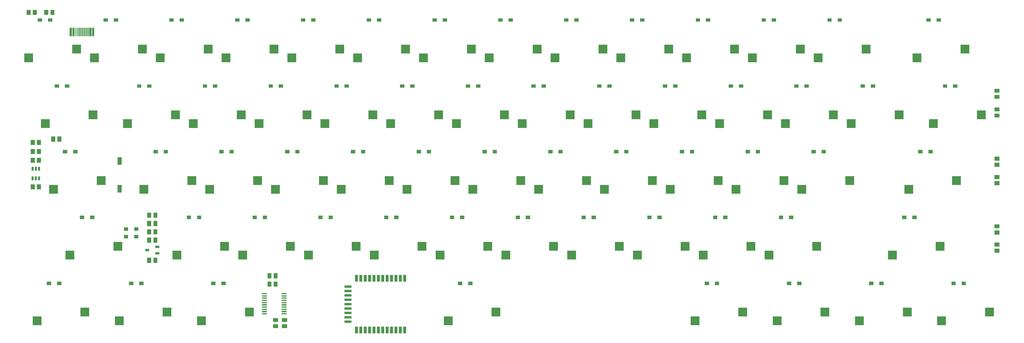
<source format=gbp>
G04 Layer: BottomPasteMaskLayer*
G04 EasyEDA v6.1.51, Wed, 19 Jun 2019 13:06:47 GMT*
G04 66271e87440c4271b6eaadeb73023992,1972fb780e03461d8e8e980d21b9fed7,00*
G04 Gerber Generator version 0.2*
G04 Scale: 100 percent, Rotated: No, Reflected: No *
G04 Dimensions in inches *
G04 leading zeros omitted , absolute positions ,2 integer and 4 decimal *
%FSLAX24Y24*%
%MOIN*%
G90*
G70D02*

%ADD26R,0.078740X0.031500*%
%ADD27R,0.049210X0.039370*%
%ADD29R,0.100390X0.098420*%

%LPD*%
G36*
G01X14397Y9566D02*
G01X14397Y9822D01*
G01X14849Y9822D01*
G01X14849Y9566D01*
G01X14397Y9566D01*
G37*
G36*
G01X15558Y9192D02*
G01X15558Y9448D01*
G01X16011Y9448D01*
G01X16011Y9192D01*
G01X15558Y9192D01*
G37*
G36*
G01X15558Y9940D02*
G01X15558Y10196D01*
G01X16011Y10196D01*
G01X16011Y9940D01*
G01X15558Y9940D01*
G37*
G36*
G01X3593Y37089D02*
G01X4050Y37089D01*
G01X4050Y36510D01*
G01X3593Y36510D01*
G01X3593Y37089D01*
G37*
G36*
G01X2892Y37089D02*
G01X3349Y37089D01*
G01X3349Y36510D01*
G01X2892Y36510D01*
G01X2892Y37089D01*
G37*
G36*
G01X111782Y9844D02*
G01X111782Y9387D01*
G01X111203Y9387D01*
G01X111203Y9844D01*
G01X111782Y9844D01*
G37*
G36*
G01X111782Y10544D02*
G01X111782Y10088D01*
G01X111203Y10088D01*
G01X111203Y10544D01*
G01X111782Y10544D01*
G37*
G36*
G01X111782Y18258D02*
G01X111782Y17801D01*
G01X111203Y17801D01*
G01X111203Y18258D01*
G01X111782Y18258D01*
G37*
G36*
G01X111782Y17557D02*
G01X111782Y17100D01*
G01X111203Y17100D01*
G01X111203Y17557D01*
G01X111782Y17557D01*
G37*
G36*
G01X111782Y25271D02*
G01X111782Y24814D01*
G01X111203Y24814D01*
G01X111203Y25271D01*
G01X111782Y25271D01*
G37*
G36*
G01X111782Y25971D02*
G01X111782Y25515D01*
G01X111203Y25515D01*
G01X111203Y25971D01*
G01X111782Y25971D01*
G37*
G36*
G01X111203Y11476D02*
G01X111203Y11933D01*
G01X111782Y11933D01*
G01X111782Y11476D01*
G01X111203Y11476D01*
G37*
G36*
G01X111203Y12177D02*
G01X111203Y12633D01*
G01X111782Y12633D01*
G01X111782Y12177D01*
G01X111203Y12177D01*
G37*
G36*
G01X111210Y19193D02*
G01X111210Y19649D01*
G01X111788Y19649D01*
G01X111788Y19193D01*
G01X111210Y19193D01*
G37*
G36*
G01X111210Y19893D02*
G01X111210Y20350D01*
G01X111788Y20350D01*
G01X111788Y19893D01*
G01X111210Y19893D01*
G37*
G36*
G01X111203Y27649D02*
G01X111203Y28106D01*
G01X111782Y28106D01*
G01X111782Y27649D01*
G01X111203Y27649D01*
G37*
G36*
G01X111203Y26948D02*
G01X111203Y27405D01*
G01X111782Y27405D01*
G01X111782Y26948D01*
G01X111203Y26948D01*
G37*
G36*
G01X8330Y35071D02*
G01X8566Y35071D01*
G01X8566Y34106D01*
G01X8330Y34106D01*
G01X8330Y35071D01*
G37*
G36*
G01X5791Y35071D02*
G01X6027Y35071D01*
G01X6027Y34106D01*
G01X5791Y34106D01*
G01X5791Y35071D01*
G37*
G36*
G01X8025Y35071D02*
G01X8261Y35071D01*
G01X8261Y34106D01*
G01X8025Y34106D01*
G01X8025Y35071D01*
G37*
G36*
G01X6096Y35071D02*
G01X6332Y35071D01*
G01X6332Y34106D01*
G01X6096Y34106D01*
G01X6096Y35071D01*
G37*
G36*
G01X6431Y35071D02*
G01X6549Y35071D01*
G01X6549Y34106D01*
G01X6431Y34106D01*
G01X6431Y35071D01*
G37*
G36*
G01X7809Y35071D02*
G01X7927Y35071D01*
G01X7927Y34106D01*
G01X7809Y34106D01*
G01X7809Y35071D01*
G37*
G36*
G01X6628Y35071D02*
G01X6746Y35071D01*
G01X6746Y34106D01*
G01X6628Y34106D01*
G01X6628Y35071D01*
G37*
G36*
G01X7612Y35071D02*
G01X7730Y35071D01*
G01X7730Y34106D01*
G01X7612Y34106D01*
G01X7612Y35071D01*
G37*
G36*
G01X6824Y35071D02*
G01X6942Y35071D01*
G01X6942Y34106D01*
G01X6824Y34106D01*
G01X6824Y35071D01*
G37*
G36*
G01X7415Y35071D02*
G01X7533Y35071D01*
G01X7533Y34106D01*
G01X7415Y34106D01*
G01X7415Y35071D01*
G37*
G36*
G01X7218Y35071D02*
G01X7336Y35071D01*
G01X7336Y34106D01*
G01X7218Y34106D01*
G01X7218Y35071D01*
G37*
G36*
G01X7021Y35071D02*
G01X7139Y35071D01*
G01X7139Y34106D01*
G01X7021Y34106D01*
G01X7021Y35071D01*
G37*
G36*
G01X43817Y6087D02*
G01X43817Y6875D01*
G01X44132Y6875D01*
G01X44132Y6087D01*
G01X43817Y6087D01*
G37*
G36*
G01X43317Y6087D02*
G01X43317Y6875D01*
G01X43632Y6875D01*
G01X43632Y6087D01*
G01X43317Y6087D01*
G37*
G36*
G01X42817Y6087D02*
G01X42817Y6875D01*
G01X43132Y6875D01*
G01X43132Y6087D01*
G01X42817Y6087D01*
G37*
G36*
G01X42317Y6087D02*
G01X42317Y6875D01*
G01X42632Y6875D01*
G01X42632Y6087D01*
G01X42317Y6087D01*
G37*
G36*
G01X41817Y6087D02*
G01X41817Y6875D01*
G01X42132Y6875D01*
G01X42132Y6087D01*
G01X41817Y6087D01*
G37*
G36*
G01X41317Y6087D02*
G01X41317Y6875D01*
G01X41632Y6875D01*
G01X41632Y6087D01*
G01X41317Y6087D01*
G37*
G36*
G01X40817Y6087D02*
G01X40817Y6875D01*
G01X41132Y6875D01*
G01X41132Y6087D01*
G01X40817Y6087D01*
G37*
G36*
G01X40317Y6087D02*
G01X40317Y6875D01*
G01X40632Y6875D01*
G01X40632Y6087D01*
G01X40317Y6087D01*
G37*
G36*
G01X39817Y6087D02*
G01X39817Y6875D01*
G01X40132Y6875D01*
G01X40132Y6087D01*
G01X39817Y6087D01*
G37*
G36*
G01X39317Y6087D02*
G01X39317Y6875D01*
G01X39632Y6875D01*
G01X39632Y6087D01*
G01X39317Y6087D01*
G37*
G36*
G01X38817Y6087D02*
G01X38817Y6875D01*
G01X39132Y6875D01*
G01X39132Y6087D01*
G01X38817Y6087D01*
G37*
G36*
G01X38317Y6087D02*
G01X38317Y6875D01*
G01X38632Y6875D01*
G01X38632Y6087D01*
G01X38317Y6087D01*
G37*
G54D26*
G01X37514Y5528D03*
G01X37514Y5028D03*
G01X37514Y4528D03*
G01X37514Y4028D03*
G01X37514Y3528D03*
G01X37514Y3028D03*
G01X37514Y2528D03*
G01X37514Y2028D03*
G36*
G01X38317Y182D02*
G01X38317Y969D01*
G01X38632Y969D01*
G01X38632Y182D01*
G01X38317Y182D01*
G37*
G36*
G01X38817Y182D02*
G01X38817Y969D01*
G01X39132Y969D01*
G01X39132Y182D01*
G01X38817Y182D01*
G37*
G36*
G01X39317Y182D02*
G01X39317Y969D01*
G01X39632Y969D01*
G01X39632Y182D01*
G01X39317Y182D01*
G37*
G36*
G01X39817Y182D02*
G01X39817Y969D01*
G01X40132Y969D01*
G01X40132Y182D01*
G01X39817Y182D01*
G37*
G36*
G01X40317Y182D02*
G01X40317Y969D01*
G01X40632Y969D01*
G01X40632Y182D01*
G01X40317Y182D01*
G37*
G36*
G01X40817Y182D02*
G01X40817Y969D01*
G01X41132Y969D01*
G01X41132Y182D01*
G01X40817Y182D01*
G37*
G36*
G01X41317Y182D02*
G01X41317Y969D01*
G01X41632Y969D01*
G01X41632Y182D01*
G01X41317Y182D01*
G37*
G36*
G01X41817Y182D02*
G01X41817Y969D01*
G01X42132Y969D01*
G01X42132Y182D01*
G01X41817Y182D01*
G37*
G36*
G01X42317Y182D02*
G01X42317Y969D01*
G01X42632Y969D01*
G01X42632Y182D01*
G01X42317Y182D01*
G37*
G36*
G01X42817Y182D02*
G01X42817Y969D01*
G01X43132Y969D01*
G01X43132Y182D01*
G01X42817Y182D01*
G37*
G36*
G01X43317Y182D02*
G01X43317Y969D01*
G01X43632Y969D01*
G01X43632Y182D01*
G01X43317Y182D01*
G37*
G36*
G01X43817Y182D02*
G01X43817Y969D01*
G01X44132Y969D01*
G01X44132Y182D01*
G01X43817Y182D01*
G37*
G01X37514Y1528D03*
G36*
G01X28333Y7046D02*
G01X28789Y7046D01*
G01X28789Y6467D01*
G01X28333Y6467D01*
G01X28333Y7046D01*
G37*
G36*
G01X29033Y7046D02*
G01X29490Y7046D01*
G01X29490Y6467D01*
G01X29033Y6467D01*
G01X29033Y7046D01*
G37*
G36*
G01X28333Y6092D02*
G01X28789Y6092D01*
G01X28789Y5513D01*
G01X28333Y5513D01*
G01X28333Y6092D01*
G37*
G36*
G01X29033Y6092D02*
G01X29490Y6092D01*
G01X29490Y5513D01*
G01X29033Y5513D01*
G01X29033Y6092D01*
G37*
G36*
G01X29548Y1935D02*
G01X29548Y1478D01*
G01X28969Y1478D01*
G01X28969Y1935D01*
G01X29548Y1935D01*
G37*
G36*
G01X29548Y1234D02*
G01X29548Y777D01*
G01X28969Y777D01*
G01X28969Y1234D01*
G01X29548Y1234D01*
G37*
G36*
G01X1344Y20233D02*
G01X1801Y20233D01*
G01X1801Y19654D01*
G01X1344Y19654D01*
G01X1344Y20233D01*
G37*
G36*
G01X2045Y20233D02*
G01X2501Y20233D01*
G01X2501Y19654D01*
G01X2045Y19654D01*
G01X2045Y20233D01*
G37*
G36*
G01X14625Y11117D02*
G01X15082Y11117D01*
G01X15082Y10538D01*
G01X14625Y10538D01*
G01X14625Y11117D01*
G37*
G36*
G01X15326Y11117D02*
G01X15783Y11117D01*
G01X15783Y10538D01*
G01X15326Y10538D01*
G01X15326Y11117D01*
G37*
G36*
G01X15783Y8232D02*
G01X15326Y8232D01*
G01X15326Y8811D01*
G01X15783Y8811D01*
G01X15783Y8232D01*
G37*
G36*
G01X15082Y8232D02*
G01X14625Y8232D01*
G01X14625Y8811D01*
G01X15082Y8811D01*
G01X15082Y8232D01*
G37*
G36*
G01X15783Y13382D02*
G01X15326Y13382D01*
G01X15326Y13961D01*
G01X15783Y13961D01*
G01X15783Y13382D01*
G37*
G36*
G01X15082Y13382D02*
G01X14625Y13382D01*
G01X14625Y13961D01*
G01X15082Y13961D01*
G01X15082Y13382D01*
G37*
G36*
G01X1344Y17203D02*
G01X1801Y17203D01*
G01X1801Y16624D01*
G01X1344Y16624D01*
G01X1344Y17203D01*
G37*
G36*
G01X2045Y17203D02*
G01X2501Y17203D01*
G01X2501Y16624D01*
G01X2045Y16624D01*
G01X2045Y17203D01*
G37*
G36*
G01X3794Y35749D02*
G01X3302Y35749D01*
G01X3302Y36142D01*
G01X3794Y36142D01*
G01X3794Y35749D01*
G37*
G36*
G01X2633Y35749D02*
G01X2141Y35749D01*
G01X2141Y36142D01*
G01X2633Y36142D01*
G01X2633Y35749D01*
G37*
G36*
G01X11296Y35749D02*
G01X10804Y35749D01*
G01X10804Y36142D01*
G01X11296Y36142D01*
G01X11296Y35749D01*
G37*
G36*
G01X10135Y35749D02*
G01X9643Y35749D01*
G01X9643Y36142D01*
G01X10135Y36142D01*
G01X10135Y35749D01*
G37*
G36*
G01X18798Y35749D02*
G01X18306Y35749D01*
G01X18306Y36142D01*
G01X18798Y36142D01*
G01X18798Y35749D01*
G37*
G36*
G01X17637Y35749D02*
G01X17145Y35749D01*
G01X17145Y36142D01*
G01X17637Y36142D01*
G01X17637Y35749D01*
G37*
G36*
G01X26300Y35749D02*
G01X25808Y35749D01*
G01X25808Y36142D01*
G01X26300Y36142D01*
G01X26300Y35749D01*
G37*
G36*
G01X25139Y35749D02*
G01X24647Y35749D01*
G01X24647Y36142D01*
G01X25139Y36142D01*
G01X25139Y35749D01*
G37*
G36*
G01X33802Y35749D02*
G01X33310Y35749D01*
G01X33310Y36142D01*
G01X33802Y36142D01*
G01X33802Y35749D01*
G37*
G36*
G01X32641Y35749D02*
G01X32149Y35749D01*
G01X32149Y36142D01*
G01X32641Y36142D01*
G01X32641Y35749D01*
G37*
G36*
G01X41304Y35749D02*
G01X40812Y35749D01*
G01X40812Y36142D01*
G01X41304Y36142D01*
G01X41304Y35749D01*
G37*
G36*
G01X40143Y35749D02*
G01X39651Y35749D01*
G01X39651Y36142D01*
G01X40143Y36142D01*
G01X40143Y35749D01*
G37*
G36*
G01X48807Y35749D02*
G01X48314Y35749D01*
G01X48314Y36142D01*
G01X48807Y36142D01*
G01X48807Y35749D01*
G37*
G36*
G01X47645Y35749D02*
G01X47153Y35749D01*
G01X47153Y36142D01*
G01X47645Y36142D01*
G01X47645Y35749D01*
G37*
G36*
G01X56308Y35749D02*
G01X55816Y35749D01*
G01X55816Y36142D01*
G01X56308Y36142D01*
G01X56308Y35749D01*
G37*
G36*
G01X55147Y35749D02*
G01X54655Y35749D01*
G01X54655Y36142D01*
G01X55147Y36142D01*
G01X55147Y35749D01*
G37*
G36*
G01X63810Y35749D02*
G01X63318Y35749D01*
G01X63318Y36142D01*
G01X63810Y36142D01*
G01X63810Y35749D01*
G37*
G36*
G01X62649Y35749D02*
G01X62157Y35749D01*
G01X62157Y36142D01*
G01X62649Y36142D01*
G01X62649Y35749D01*
G37*
G36*
G01X71313Y35749D02*
G01X70821Y35749D01*
G01X70821Y36142D01*
G01X71313Y36142D01*
G01X71313Y35749D01*
G37*
G36*
G01X70151Y35749D02*
G01X69659Y35749D01*
G01X69659Y36142D01*
G01X70151Y36142D01*
G01X70151Y35749D01*
G37*
G36*
G01X78815Y35749D02*
G01X78323Y35749D01*
G01X78323Y36142D01*
G01X78815Y36142D01*
G01X78815Y35749D01*
G37*
G36*
G01X77653Y35749D02*
G01X77161Y35749D01*
G01X77161Y36142D01*
G01X77653Y36142D01*
G01X77653Y35749D01*
G37*
G36*
G01X86317Y35749D02*
G01X85825Y35749D01*
G01X85825Y36142D01*
G01X86317Y36142D01*
G01X86317Y35749D01*
G37*
G36*
G01X85155Y35749D02*
G01X84663Y35749D01*
G01X84663Y36142D01*
G01X85155Y36142D01*
G01X85155Y35749D01*
G37*
G36*
G01X93819Y35749D02*
G01X93327Y35749D01*
G01X93327Y36142D01*
G01X93819Y36142D01*
G01X93819Y35749D01*
G37*
G36*
G01X92658Y35749D02*
G01X92166Y35749D01*
G01X92166Y36142D01*
G01X92658Y36142D01*
G01X92658Y35749D01*
G37*
G36*
G01X105094Y35749D02*
G01X104602Y35749D01*
G01X104602Y36142D01*
G01X105094Y36142D01*
G01X105094Y35749D01*
G37*
G36*
G01X103932Y35749D02*
G01X103440Y35749D01*
G01X103440Y36142D01*
G01X103932Y36142D01*
G01X103932Y35749D01*
G37*
G36*
G01X5740Y28215D02*
G01X5248Y28215D01*
G01X5248Y28608D01*
G01X5740Y28608D01*
G01X5740Y28215D01*
G37*
G36*
G01X4579Y28215D02*
G01X4087Y28215D01*
G01X4087Y28608D01*
G01X4579Y28608D01*
G01X4579Y28215D01*
G37*
G36*
G01X15116Y28215D02*
G01X14624Y28215D01*
G01X14624Y28608D01*
G01X15116Y28608D01*
G01X15116Y28215D01*
G37*
G36*
G01X13954Y28215D02*
G01X13462Y28215D01*
G01X13462Y28608D01*
G01X13954Y28608D01*
G01X13954Y28215D01*
G37*
G36*
G01X22615Y28215D02*
G01X22123Y28215D01*
G01X22123Y28608D01*
G01X22615Y28608D01*
G01X22615Y28215D01*
G37*
G36*
G01X21453Y28215D02*
G01X20961Y28215D01*
G01X20961Y28608D01*
G01X21453Y28608D01*
G01X21453Y28215D01*
G37*
G36*
G01X30114Y28215D02*
G01X29622Y28215D01*
G01X29622Y28608D01*
G01X30114Y28608D01*
G01X30114Y28215D01*
G37*
G36*
G01X28953Y28215D02*
G01X28461Y28215D01*
G01X28461Y28608D01*
G01X28953Y28608D01*
G01X28953Y28215D01*
G37*
G36*
G01X37614Y28215D02*
G01X37122Y28215D01*
G01X37122Y28608D01*
G01X37614Y28608D01*
G01X37614Y28215D01*
G37*
G36*
G01X36452Y28215D02*
G01X35960Y28215D01*
G01X35960Y28608D01*
G01X36452Y28608D01*
G01X36452Y28215D01*
G37*
G36*
G01X45113Y28215D02*
G01X44621Y28215D01*
G01X44621Y28608D01*
G01X45113Y28608D01*
G01X45113Y28215D01*
G37*
G36*
G01X43951Y28215D02*
G01X43459Y28215D01*
G01X43459Y28608D01*
G01X43951Y28608D01*
G01X43951Y28215D01*
G37*
G36*
G01X52612Y28215D02*
G01X52120Y28215D01*
G01X52120Y28608D01*
G01X52612Y28608D01*
G01X52612Y28215D01*
G37*
G36*
G01X51451Y28215D02*
G01X50959Y28215D01*
G01X50959Y28608D01*
G01X51451Y28608D01*
G01X51451Y28215D01*
G37*
G36*
G01X60064Y28215D02*
G01X59572Y28215D01*
G01X59572Y28608D01*
G01X60064Y28608D01*
G01X60064Y28215D01*
G37*
G36*
G01X58903Y28215D02*
G01X58411Y28215D01*
G01X58411Y28608D01*
G01X58903Y28608D01*
G01X58903Y28215D01*
G37*
G36*
G01X67568Y28215D02*
G01X67076Y28215D01*
G01X67076Y28608D01*
G01X67568Y28608D01*
G01X67568Y28215D01*
G37*
G36*
G01X66407Y28215D02*
G01X65915Y28215D01*
G01X65915Y28608D01*
G01X66407Y28608D01*
G01X66407Y28215D01*
G37*
G36*
G01X75072Y28215D02*
G01X74580Y28215D01*
G01X74580Y28608D01*
G01X75072Y28608D01*
G01X75072Y28215D01*
G37*
G36*
G01X73911Y28215D02*
G01X73419Y28215D01*
G01X73419Y28608D01*
G01X73911Y28608D01*
G01X73911Y28215D01*
G37*
G36*
G01X82568Y28215D02*
G01X82076Y28215D01*
G01X82076Y28608D01*
G01X82568Y28608D01*
G01X82568Y28215D01*
G37*
G36*
G01X81407Y28215D02*
G01X80915Y28215D01*
G01X80915Y28608D01*
G01X81407Y28608D01*
G01X81407Y28215D01*
G37*
G36*
G01X90037Y28215D02*
G01X89545Y28215D01*
G01X89545Y28608D01*
G01X90037Y28608D01*
G01X90037Y28215D01*
G37*
G36*
G01X88875Y28215D02*
G01X88383Y28215D01*
G01X88383Y28608D01*
G01X88875Y28608D01*
G01X88875Y28215D01*
G37*
G36*
G01X97608Y28215D02*
G01X97116Y28215D01*
G01X97116Y28608D01*
G01X97608Y28608D01*
G01X97608Y28215D01*
G37*
G36*
G01X96446Y28215D02*
G01X95954Y28215D01*
G01X95954Y28608D01*
G01X96446Y28608D01*
G01X96446Y28215D01*
G37*
G36*
G01X106982Y28215D02*
G01X106490Y28215D01*
G01X106490Y28608D01*
G01X106982Y28608D01*
G01X106982Y28215D01*
G37*
G36*
G01X105820Y28215D02*
G01X105328Y28215D01*
G01X105328Y28608D01*
G01X105820Y28608D01*
G01X105820Y28215D01*
G37*
G36*
G01X6677Y20718D02*
G01X6185Y20718D01*
G01X6185Y21111D01*
G01X6677Y21111D01*
G01X6677Y20718D01*
G37*
G36*
G01X5516Y20718D02*
G01X5023Y20718D01*
G01X5023Y21111D01*
G01X5516Y21111D01*
G01X5516Y20718D01*
G37*
G36*
G01X16992Y20718D02*
G01X16500Y20718D01*
G01X16500Y21111D01*
G01X16992Y21111D01*
G01X16992Y20718D01*
G37*
G36*
G01X15831Y20718D02*
G01X15339Y20718D01*
G01X15339Y21111D01*
G01X15831Y21111D01*
G01X15831Y20718D01*
G37*
G36*
G01X24492Y20718D02*
G01X24000Y20718D01*
G01X24000Y21111D01*
G01X24492Y21111D01*
G01X24492Y20718D01*
G37*
G36*
G01X23330Y20718D02*
G01X22838Y20718D01*
G01X22838Y21111D01*
G01X23330Y21111D01*
G01X23330Y20718D01*
G37*
G36*
G01X31991Y20718D02*
G01X31499Y20718D01*
G01X31499Y21111D01*
G01X31991Y21111D01*
G01X31991Y20718D01*
G37*
G36*
G01X30830Y20718D02*
G01X30338Y20718D01*
G01X30338Y21111D01*
G01X30830Y21111D01*
G01X30830Y20718D01*
G37*
G36*
G01X39491Y20718D02*
G01X38999Y20718D01*
G01X38999Y21111D01*
G01X39491Y21111D01*
G01X39491Y20718D01*
G37*
G36*
G01X38329Y20718D02*
G01X37837Y20718D01*
G01X37837Y21111D01*
G01X38329Y21111D01*
G01X38329Y20718D01*
G37*
G36*
G01X46990Y20718D02*
G01X46498Y20718D01*
G01X46498Y21111D01*
G01X46990Y21111D01*
G01X46990Y20718D01*
G37*
G36*
G01X45829Y20718D02*
G01X45337Y20718D01*
G01X45337Y21111D01*
G01X45829Y21111D01*
G01X45829Y20718D01*
G37*
G36*
G01X54490Y20718D02*
G01X53998Y20718D01*
G01X53998Y21111D01*
G01X54490Y21111D01*
G01X54490Y20718D01*
G37*
G36*
G01X53329Y20718D02*
G01X52836Y20718D01*
G01X52836Y21111D01*
G01X53329Y21111D01*
G01X53329Y20718D01*
G37*
G36*
G01X61990Y20718D02*
G01X61497Y20718D01*
G01X61497Y21111D01*
G01X61990Y21111D01*
G01X61990Y20718D01*
G37*
G36*
G01X60828Y20718D02*
G01X60336Y20718D01*
G01X60336Y21111D01*
G01X60828Y21111D01*
G01X60828Y20718D01*
G37*
G36*
G01X69489Y20718D02*
G01X68997Y20718D01*
G01X68997Y21111D01*
G01X69489Y21111D01*
G01X69489Y20718D01*
G37*
G36*
G01X68328Y20718D02*
G01X67836Y20718D01*
G01X67836Y21111D01*
G01X68328Y21111D01*
G01X68328Y20718D01*
G37*
G36*
G01X76989Y20718D02*
G01X76497Y20718D01*
G01X76497Y21111D01*
G01X76989Y21111D01*
G01X76989Y20718D01*
G37*
G36*
G01X75827Y20718D02*
G01X75335Y20718D01*
G01X75335Y21111D01*
G01X75827Y21111D01*
G01X75827Y20718D01*
G37*
G36*
G01X84488Y20718D02*
G01X83996Y20718D01*
G01X83996Y21111D01*
G01X84488Y21111D01*
G01X84488Y20718D01*
G37*
G36*
G01X83327Y20718D02*
G01X82835Y20718D01*
G01X82835Y21111D01*
G01X83327Y21111D01*
G01X83327Y20718D01*
G37*
G36*
G01X91988Y20718D02*
G01X91496Y20718D01*
G01X91496Y21111D01*
G01X91988Y21111D01*
G01X91988Y20718D01*
G37*
G36*
G01X90827Y20718D02*
G01X90334Y20718D01*
G01X90334Y21111D01*
G01X90827Y21111D01*
G01X90827Y20718D01*
G37*
G36*
G01X104177Y20718D02*
G01X103685Y20718D01*
G01X103685Y21111D01*
G01X104177Y21111D01*
G01X104177Y20718D01*
G37*
G36*
G01X103015Y20718D02*
G01X102523Y20718D01*
G01X102523Y21111D01*
G01X103015Y21111D01*
G01X103015Y20718D01*
G37*
G36*
G01X8593Y13237D02*
G01X8101Y13237D01*
G01X8101Y13630D01*
G01X8593Y13630D01*
G01X8593Y13237D01*
G37*
G36*
G01X7431Y13237D02*
G01X6939Y13237D01*
G01X6939Y13630D01*
G01X7431Y13630D01*
G01X7431Y13237D01*
G37*
G36*
G01X20786Y13237D02*
G01X20294Y13237D01*
G01X20294Y13630D01*
G01X20786Y13630D01*
G01X20786Y13237D01*
G37*
G36*
G01X19624Y13237D02*
G01X19132Y13237D01*
G01X19132Y13630D01*
G01X19624Y13630D01*
G01X19624Y13237D01*
G37*
G36*
G01X28285Y13237D02*
G01X27793Y13237D01*
G01X27793Y13630D01*
G01X28285Y13630D01*
G01X28285Y13237D01*
G37*
G36*
G01X27124Y13237D02*
G01X26632Y13237D01*
G01X26632Y13630D01*
G01X27124Y13630D01*
G01X27124Y13237D01*
G37*
G36*
G01X35785Y13237D02*
G01X35293Y13237D01*
G01X35293Y13630D01*
G01X35785Y13630D01*
G01X35785Y13237D01*
G37*
G36*
G01X34624Y13237D02*
G01X34131Y13237D01*
G01X34131Y13630D01*
G01X34624Y13630D01*
G01X34624Y13237D01*
G37*
G36*
G01X43285Y13237D02*
G01X42792Y13237D01*
G01X42792Y13630D01*
G01X43285Y13630D01*
G01X43285Y13237D01*
G37*
G36*
G01X42123Y13237D02*
G01X41631Y13237D01*
G01X41631Y13630D01*
G01X42123Y13630D01*
G01X42123Y13237D01*
G37*
G36*
G01X50784Y13237D02*
G01X50292Y13237D01*
G01X50292Y13630D01*
G01X50784Y13630D01*
G01X50784Y13237D01*
G37*
G36*
G01X49623Y13237D02*
G01X49131Y13237D01*
G01X49131Y13630D01*
G01X49623Y13630D01*
G01X49623Y13237D01*
G37*
G36*
G01X58283Y13237D02*
G01X57791Y13237D01*
G01X57791Y13630D01*
G01X58283Y13630D01*
G01X58283Y13237D01*
G37*
G36*
G01X57122Y13237D02*
G01X56630Y13237D01*
G01X56630Y13630D01*
G01X57122Y13630D01*
G01X57122Y13237D01*
G37*
G36*
G01X65783Y13237D02*
G01X65291Y13237D01*
G01X65291Y13630D01*
G01X65783Y13630D01*
G01X65783Y13237D01*
G37*
G36*
G01X64621Y13237D02*
G01X64129Y13237D01*
G01X64129Y13630D01*
G01X64621Y13630D01*
G01X64621Y13237D01*
G37*
G36*
G01X73282Y13237D02*
G01X72790Y13237D01*
G01X72790Y13630D01*
G01X73282Y13630D01*
G01X73282Y13237D01*
G37*
G36*
G01X72121Y13237D02*
G01X71629Y13237D01*
G01X71629Y13630D01*
G01X72121Y13630D01*
G01X72121Y13237D01*
G37*
G36*
G01X80782Y13237D02*
G01X80290Y13237D01*
G01X80290Y13630D01*
G01X80782Y13630D01*
G01X80782Y13237D01*
G37*
G36*
G01X79621Y13237D02*
G01X79129Y13237D01*
G01X79129Y13630D01*
G01X79621Y13630D01*
G01X79621Y13237D01*
G37*
G36*
G01X88282Y13237D02*
G01X87790Y13237D01*
G01X87790Y13630D01*
G01X88282Y13630D01*
G01X88282Y13237D01*
G37*
G36*
G01X87120Y13237D02*
G01X86628Y13237D01*
G01X86628Y13630D01*
G01X87120Y13630D01*
G01X87120Y13237D01*
G37*
G36*
G01X102337Y13237D02*
G01X101845Y13237D01*
G01X101845Y13630D01*
G01X102337Y13630D01*
G01X102337Y13237D01*
G37*
G36*
G01X101175Y13237D02*
G01X100683Y13237D01*
G01X100683Y13630D01*
G01X101175Y13630D01*
G01X101175Y13237D01*
G37*
G36*
G01X4836Y5708D02*
G01X4344Y5708D01*
G01X4344Y6102D01*
G01X4836Y6102D01*
G01X4836Y5708D01*
G37*
G36*
G01X3674Y5708D02*
G01X3182Y5708D01*
G01X3182Y6102D01*
G01X3674Y6102D01*
G01X3674Y5708D01*
G37*
G36*
G01X14205Y5708D02*
G01X13713Y5708D01*
G01X13713Y6102D01*
G01X14205Y6102D01*
G01X14205Y5708D01*
G37*
G36*
G01X13044Y5708D02*
G01X12552Y5708D01*
G01X12552Y6102D01*
G01X13044Y6102D01*
G01X13044Y5708D01*
G37*
G36*
G01X23575Y5708D02*
G01X23083Y5708D01*
G01X23083Y6102D01*
G01X23575Y6102D01*
G01X23575Y5708D01*
G37*
G36*
G01X22414Y5708D02*
G01X21922Y5708D01*
G01X21922Y6102D01*
G01X22414Y6102D01*
G01X22414Y5708D01*
G37*
G36*
G01X51709Y5708D02*
G01X51217Y5708D01*
G01X51217Y6102D01*
G01X51709Y6102D01*
G01X51709Y5708D01*
G37*
G36*
G01X50547Y5708D02*
G01X50055Y5708D01*
G01X50055Y6102D01*
G01X50547Y6102D01*
G01X50547Y5708D01*
G37*
G36*
G01X79824Y5708D02*
G01X79332Y5708D01*
G01X79332Y6102D01*
G01X79824Y6102D01*
G01X79824Y5708D01*
G37*
G36*
G01X78662Y5708D02*
G01X78170Y5708D01*
G01X78170Y6102D01*
G01X78662Y6102D01*
G01X78662Y5708D01*
G37*
G36*
G01X89200Y5708D02*
G01X88708Y5708D01*
G01X88708Y6102D01*
G01X89200Y6102D01*
G01X89200Y5708D01*
G37*
G36*
G01X88039Y5708D02*
G01X87547Y5708D01*
G01X87547Y6102D01*
G01X88039Y6102D01*
G01X88039Y5708D01*
G37*
G36*
G01X98577Y5708D02*
G01X98084Y5708D01*
G01X98084Y6102D01*
G01X98577Y6102D01*
G01X98577Y5708D01*
G37*
G36*
G01X97415Y5708D02*
G01X96923Y5708D01*
G01X96923Y6102D01*
G01X97415Y6102D01*
G01X97415Y5708D01*
G37*
G36*
G01X107953Y5708D02*
G01X107461Y5708D01*
G01X107461Y6102D01*
G01X107953Y6102D01*
G01X107953Y5708D01*
G37*
G36*
G01X106791Y5708D02*
G01X106299Y5708D01*
G01X106299Y6102D01*
G01X106791Y6102D01*
G01X106791Y5708D01*
G37*
G36*
G01X30561Y1935D02*
G01X30561Y1478D01*
G01X29982Y1478D01*
G01X29982Y1935D01*
G01X30561Y1935D01*
G37*
G36*
G01X30561Y1234D02*
G01X30561Y777D01*
G01X29982Y777D01*
G01X29982Y1234D01*
G01X30561Y1234D01*
G37*
G36*
G01X2501Y20657D02*
G01X2045Y20657D01*
G01X2045Y21235D01*
G01X2501Y21235D01*
G01X2501Y20657D01*
G37*
G36*
G01X1801Y20657D02*
G01X1344Y20657D01*
G01X1344Y21235D01*
G01X1801Y21235D01*
G01X1801Y20657D01*
G37*
G36*
G01X14625Y12067D02*
G01X15082Y12067D01*
G01X15082Y11489D01*
G01X14625Y11489D01*
G01X14625Y12067D01*
G37*
G36*
G01X15326Y12067D02*
G01X15783Y12067D01*
G01X15783Y11489D01*
G01X15326Y11489D01*
G01X15326Y12067D01*
G37*
G36*
G01X15783Y12439D02*
G01X15326Y12439D01*
G01X15326Y13017D01*
G01X15783Y13017D01*
G01X15783Y12439D01*
G37*
G36*
G01X15082Y12439D02*
G01X14625Y12439D01*
G01X14625Y13017D01*
G01X15082Y13017D01*
G01X15082Y12439D01*
G37*
G36*
G01X11239Y16267D02*
G01X11239Y17133D01*
G01X11712Y17133D01*
G01X11712Y16267D01*
G01X11239Y16267D01*
G37*
G36*
G01X11239Y19417D02*
G01X11239Y20283D01*
G01X11712Y20283D01*
G01X11712Y19417D01*
G01X11239Y19417D01*
G37*
G36*
G01X28215Y4793D02*
G01X28224Y4792D01*
G01X28232Y4791D01*
G01X28241Y4788D01*
G01X28248Y4784D01*
G01X28256Y4780D01*
G01X28262Y4774D01*
G01X28268Y4768D01*
G01X28273Y4761D01*
G01X28278Y4753D01*
G01X28281Y4745D01*
G01X28283Y4737D01*
G01X28284Y4728D01*
G01X28284Y4720D01*
G01X28283Y4711D01*
G01X28281Y4703D01*
G01X28278Y4695D01*
G01X28273Y4687D01*
G01X28268Y4680D01*
G01X28262Y4674D01*
G01X28256Y4668D01*
G01X28248Y4664D01*
G01X28241Y4660D01*
G01X28232Y4657D01*
G01X28224Y4656D01*
G01X28215Y4655D01*
G01X27763Y4655D01*
G01X27754Y4656D01*
G01X27745Y4657D01*
G01X27737Y4660D01*
G01X27729Y4664D01*
G01X27722Y4668D01*
G01X27715Y4674D01*
G01X27709Y4680D01*
G01X27704Y4687D01*
G01X27700Y4695D01*
G01X27697Y4703D01*
G01X27695Y4711D01*
G01X27694Y4720D01*
G01X27694Y4728D01*
G01X27695Y4737D01*
G01X27697Y4745D01*
G01X27700Y4753D01*
G01X27704Y4761D01*
G01X27709Y4768D01*
G01X27715Y4774D01*
G01X27722Y4780D01*
G01X27729Y4784D01*
G01X27737Y4788D01*
G01X27745Y4791D01*
G01X27754Y4792D01*
G01X27763Y4793D01*
G01X28215Y4793D01*
G37*
G36*
G01X28215Y4537D02*
G01X28224Y4536D01*
G01X28232Y4535D01*
G01X28241Y4532D01*
G01X28248Y4529D01*
G01X28256Y4524D01*
G01X28262Y4518D01*
G01X28268Y4512D01*
G01X28273Y4505D01*
G01X28278Y4497D01*
G01X28281Y4489D01*
G01X28283Y4481D01*
G01X28284Y4472D01*
G01X28284Y4464D01*
G01X28283Y4455D01*
G01X28281Y4447D01*
G01X28278Y4439D01*
G01X28273Y4431D01*
G01X28268Y4424D01*
G01X28262Y4418D01*
G01X28256Y4412D01*
G01X28248Y4408D01*
G01X28241Y4404D01*
G01X28232Y4401D01*
G01X28224Y4400D01*
G01X28215Y4399D01*
G01X27763Y4399D01*
G01X27754Y4400D01*
G01X27745Y4401D01*
G01X27737Y4404D01*
G01X27729Y4408D01*
G01X27722Y4412D01*
G01X27715Y4418D01*
G01X27709Y4424D01*
G01X27704Y4431D01*
G01X27700Y4439D01*
G01X27697Y4447D01*
G01X27695Y4455D01*
G01X27694Y4464D01*
G01X27694Y4472D01*
G01X27695Y4481D01*
G01X27697Y4489D01*
G01X27700Y4497D01*
G01X27704Y4505D01*
G01X27709Y4512D01*
G01X27715Y4518D01*
G01X27722Y4524D01*
G01X27729Y4529D01*
G01X27737Y4532D01*
G01X27745Y4535D01*
G01X27754Y4536D01*
G01X27763Y4537D01*
G01X28215Y4537D01*
G37*
G36*
G01X28215Y4281D02*
G01X28224Y4281D01*
G01X28232Y4279D01*
G01X28241Y4276D01*
G01X28248Y4273D01*
G01X28256Y4268D01*
G01X28262Y4262D01*
G01X28268Y4256D01*
G01X28273Y4249D01*
G01X28278Y4242D01*
G01X28281Y4234D01*
G01X28283Y4225D01*
G01X28284Y4217D01*
G01X28284Y4208D01*
G01X28283Y4199D01*
G01X28281Y4191D01*
G01X28278Y4183D01*
G01X28273Y4175D01*
G01X28268Y4168D01*
G01X28262Y4162D01*
G01X28256Y4156D01*
G01X28248Y4152D01*
G01X28241Y4148D01*
G01X28232Y4145D01*
G01X28224Y4144D01*
G01X28215Y4143D01*
G01X27763Y4143D01*
G01X27754Y4144D01*
G01X27745Y4145D01*
G01X27737Y4148D01*
G01X27729Y4152D01*
G01X27722Y4156D01*
G01X27715Y4162D01*
G01X27709Y4168D01*
G01X27704Y4175D01*
G01X27700Y4183D01*
G01X27697Y4191D01*
G01X27695Y4199D01*
G01X27694Y4208D01*
G01X27694Y4217D01*
G01X27695Y4225D01*
G01X27697Y4234D01*
G01X27700Y4242D01*
G01X27704Y4249D01*
G01X27709Y4256D01*
G01X27715Y4262D01*
G01X27722Y4268D01*
G01X27729Y4273D01*
G01X27737Y4276D01*
G01X27745Y4279D01*
G01X27754Y4281D01*
G01X27763Y4281D01*
G01X28215Y4281D01*
G37*
G36*
G01X28215Y4025D02*
G01X28224Y4025D01*
G01X28232Y4023D01*
G01X28241Y4020D01*
G01X28248Y4017D01*
G01X28256Y4012D01*
G01X28262Y4007D01*
G01X28268Y4000D01*
G01X28273Y3993D01*
G01X28278Y3986D01*
G01X28281Y3978D01*
G01X28283Y3969D01*
G01X28284Y3961D01*
G01X28284Y3952D01*
G01X28283Y3943D01*
G01X28281Y3935D01*
G01X28278Y3927D01*
G01X28273Y3919D01*
G01X28268Y3912D01*
G01X28262Y3906D01*
G01X28256Y3900D01*
G01X28248Y3896D01*
G01X28241Y3892D01*
G01X28232Y3889D01*
G01X28224Y3888D01*
G01X28215Y3887D01*
G01X27763Y3887D01*
G01X27754Y3888D01*
G01X27745Y3889D01*
G01X27737Y3892D01*
G01X27729Y3896D01*
G01X27722Y3900D01*
G01X27715Y3906D01*
G01X27709Y3912D01*
G01X27704Y3919D01*
G01X27700Y3927D01*
G01X27697Y3935D01*
G01X27695Y3943D01*
G01X27694Y3952D01*
G01X27694Y3961D01*
G01X27695Y3969D01*
G01X27697Y3978D01*
G01X27700Y3986D01*
G01X27704Y3993D01*
G01X27709Y4000D01*
G01X27715Y4007D01*
G01X27722Y4012D01*
G01X27729Y4017D01*
G01X27737Y4020D01*
G01X27745Y4023D01*
G01X27754Y4025D01*
G01X27763Y4025D01*
G01X28215Y4025D01*
G37*
G36*
G01X28215Y3769D02*
G01X28224Y3769D01*
G01X28232Y3767D01*
G01X28241Y3764D01*
G01X28248Y3761D01*
G01X28256Y3756D01*
G01X28262Y3751D01*
G01X28268Y3744D01*
G01X28273Y3737D01*
G01X28278Y3730D01*
G01X28281Y3722D01*
G01X28283Y3713D01*
G01X28284Y3705D01*
G01X28284Y3696D01*
G01X28283Y3687D01*
G01X28281Y3679D01*
G01X28278Y3671D01*
G01X28273Y3663D01*
G01X28268Y3656D01*
G01X28262Y3650D01*
G01X28256Y3645D01*
G01X28248Y3640D01*
G01X28241Y3636D01*
G01X28232Y3634D01*
G01X28224Y3632D01*
G01X28215Y3632D01*
G01X27763Y3632D01*
G01X27754Y3632D01*
G01X27745Y3634D01*
G01X27737Y3636D01*
G01X27729Y3640D01*
G01X27722Y3645D01*
G01X27715Y3650D01*
G01X27709Y3656D01*
G01X27704Y3663D01*
G01X27700Y3671D01*
G01X27697Y3679D01*
G01X27695Y3687D01*
G01X27694Y3696D01*
G01X27694Y3705D01*
G01X27695Y3713D01*
G01X27697Y3722D01*
G01X27700Y3730D01*
G01X27704Y3737D01*
G01X27709Y3744D01*
G01X27715Y3751D01*
G01X27722Y3756D01*
G01X27729Y3761D01*
G01X27737Y3764D01*
G01X27745Y3767D01*
G01X27754Y3769D01*
G01X27763Y3769D01*
G01X28215Y3769D01*
G37*
G36*
G01X28215Y3513D02*
G01X28224Y3513D01*
G01X28232Y3511D01*
G01X28241Y3509D01*
G01X28248Y3505D01*
G01X28256Y3500D01*
G01X28262Y3495D01*
G01X28268Y3488D01*
G01X28273Y3481D01*
G01X28278Y3474D01*
G01X28281Y3466D01*
G01X28283Y3457D01*
G01X28284Y3449D01*
G01X28284Y3440D01*
G01X28283Y3432D01*
G01X28281Y3423D01*
G01X28278Y3415D01*
G01X28273Y3408D01*
G01X28268Y3400D01*
G01X28262Y3394D01*
G01X28256Y3389D01*
G01X28248Y3384D01*
G01X28241Y3380D01*
G01X28232Y3378D01*
G01X28224Y3376D01*
G01X28215Y3376D01*
G01X27763Y3376D01*
G01X27754Y3376D01*
G01X27745Y3378D01*
G01X27737Y3380D01*
G01X27729Y3384D01*
G01X27722Y3389D01*
G01X27715Y3394D01*
G01X27709Y3400D01*
G01X27704Y3408D01*
G01X27700Y3415D01*
G01X27697Y3423D01*
G01X27695Y3432D01*
G01X27694Y3440D01*
G01X27694Y3449D01*
G01X27695Y3457D01*
G01X27697Y3466D01*
G01X27700Y3474D01*
G01X27704Y3481D01*
G01X27709Y3488D01*
G01X27715Y3495D01*
G01X27722Y3500D01*
G01X27729Y3505D01*
G01X27737Y3509D01*
G01X27745Y3511D01*
G01X27754Y3513D01*
G01X27763Y3513D01*
G01X28215Y3513D01*
G37*
G36*
G01X28215Y3258D02*
G01X28224Y3257D01*
G01X28232Y3255D01*
G01X28241Y3253D01*
G01X28248Y3249D01*
G01X28256Y3244D01*
G01X28262Y3239D01*
G01X28268Y3233D01*
G01X28273Y3225D01*
G01X28278Y3218D01*
G01X28281Y3210D01*
G01X28283Y3201D01*
G01X28284Y3193D01*
G01X28284Y3184D01*
G01X28283Y3176D01*
G01X28281Y3167D01*
G01X28278Y3159D01*
G01X28273Y3152D01*
G01X28268Y3145D01*
G01X28262Y3138D01*
G01X28256Y3133D01*
G01X28248Y3128D01*
G01X28241Y3125D01*
G01X28232Y3122D01*
G01X28224Y3120D01*
G01X28215Y3120D01*
G01X27763Y3120D01*
G01X27754Y3120D01*
G01X27745Y3122D01*
G01X27737Y3125D01*
G01X27729Y3128D01*
G01X27722Y3133D01*
G01X27715Y3138D01*
G01X27709Y3145D01*
G01X27704Y3152D01*
G01X27700Y3159D01*
G01X27697Y3167D01*
G01X27695Y3176D01*
G01X27694Y3184D01*
G01X27694Y3193D01*
G01X27695Y3201D01*
G01X27697Y3210D01*
G01X27700Y3218D01*
G01X27704Y3225D01*
G01X27709Y3233D01*
G01X27715Y3239D01*
G01X27722Y3244D01*
G01X27729Y3249D01*
G01X27737Y3253D01*
G01X27745Y3255D01*
G01X27754Y3257D01*
G01X27763Y3258D01*
G01X28215Y3258D01*
G37*
G36*
G01X28215Y3001D02*
G01X28224Y3001D01*
G01X28232Y2999D01*
G01X28241Y2997D01*
G01X28248Y2993D01*
G01X28256Y2988D01*
G01X28262Y2983D01*
G01X28268Y2977D01*
G01X28273Y2970D01*
G01X28278Y2962D01*
G01X28281Y2954D01*
G01X28283Y2946D01*
G01X28284Y2937D01*
G01X28284Y2928D01*
G01X28283Y2920D01*
G01X28281Y2911D01*
G01X28278Y2903D01*
G01X28273Y2896D01*
G01X28268Y2889D01*
G01X28262Y2882D01*
G01X28256Y2877D01*
G01X28248Y2872D01*
G01X28241Y2869D01*
G01X28232Y2866D01*
G01X28224Y2864D01*
G01X28215Y2864D01*
G01X27763Y2864D01*
G01X27754Y2864D01*
G01X27745Y2866D01*
G01X27737Y2869D01*
G01X27729Y2872D01*
G01X27722Y2877D01*
G01X27715Y2882D01*
G01X27709Y2889D01*
G01X27704Y2896D01*
G01X27700Y2903D01*
G01X27697Y2911D01*
G01X27695Y2920D01*
G01X27694Y2928D01*
G01X27694Y2937D01*
G01X27695Y2946D01*
G01X27697Y2954D01*
G01X27700Y2962D01*
G01X27704Y2970D01*
G01X27709Y2977D01*
G01X27715Y2983D01*
G01X27722Y2988D01*
G01X27729Y2993D01*
G01X27737Y2997D01*
G01X27745Y2999D01*
G01X27754Y3001D01*
G01X27763Y3001D01*
G01X28215Y3001D01*
G37*
G36*
G01X28215Y2746D02*
G01X28224Y2745D01*
G01X28232Y2744D01*
G01X28241Y2741D01*
G01X28248Y2737D01*
G01X28256Y2733D01*
G01X28262Y2727D01*
G01X28268Y2721D01*
G01X28273Y2714D01*
G01X28278Y2706D01*
G01X28281Y2698D01*
G01X28283Y2690D01*
G01X28284Y2681D01*
G01X28284Y2672D01*
G01X28283Y2664D01*
G01X28281Y2656D01*
G01X28278Y2647D01*
G01X28273Y2640D01*
G01X28268Y2633D01*
G01X28262Y2626D01*
G01X28256Y2621D01*
G01X28248Y2616D01*
G01X28241Y2613D01*
G01X28232Y2610D01*
G01X28224Y2608D01*
G01X28215Y2608D01*
G01X27763Y2608D01*
G01X27754Y2608D01*
G01X27745Y2610D01*
G01X27737Y2613D01*
G01X27729Y2616D01*
G01X27722Y2621D01*
G01X27715Y2626D01*
G01X27709Y2633D01*
G01X27704Y2640D01*
G01X27700Y2647D01*
G01X27697Y2656D01*
G01X27695Y2664D01*
G01X27694Y2672D01*
G01X27694Y2681D01*
G01X27695Y2690D01*
G01X27697Y2698D01*
G01X27700Y2706D01*
G01X27704Y2714D01*
G01X27709Y2721D01*
G01X27715Y2727D01*
G01X27722Y2733D01*
G01X27729Y2737D01*
G01X27737Y2741D01*
G01X27745Y2744D01*
G01X27754Y2745D01*
G01X27763Y2746D01*
G01X28215Y2746D01*
G37*
G36*
G01X28215Y2490D02*
G01X28224Y2489D01*
G01X28232Y2488D01*
G01X28241Y2485D01*
G01X28248Y2481D01*
G01X28256Y2477D01*
G01X28262Y2471D01*
G01X28268Y2465D01*
G01X28273Y2458D01*
G01X28278Y2450D01*
G01X28281Y2442D01*
G01X28283Y2434D01*
G01X28284Y2425D01*
G01X28284Y2417D01*
G01X28283Y2408D01*
G01X28281Y2400D01*
G01X28278Y2392D01*
G01X28273Y2384D01*
G01X28268Y2377D01*
G01X28262Y2371D01*
G01X28256Y2365D01*
G01X28248Y2361D01*
G01X28241Y2357D01*
G01X28232Y2354D01*
G01X28224Y2352D01*
G01X28215Y2352D01*
G01X27763Y2352D01*
G01X27754Y2352D01*
G01X27745Y2354D01*
G01X27737Y2357D01*
G01X27729Y2361D01*
G01X27722Y2365D01*
G01X27715Y2371D01*
G01X27709Y2377D01*
G01X27704Y2384D01*
G01X27700Y2392D01*
G01X27697Y2400D01*
G01X27695Y2408D01*
G01X27694Y2417D01*
G01X27694Y2425D01*
G01X27695Y2434D01*
G01X27697Y2442D01*
G01X27700Y2450D01*
G01X27704Y2458D01*
G01X27709Y2465D01*
G01X27715Y2471D01*
G01X27722Y2477D01*
G01X27729Y2481D01*
G01X27737Y2485D01*
G01X27745Y2488D01*
G01X27754Y2489D01*
G01X27763Y2490D01*
G01X28215Y2490D01*
G37*
G36*
G01X30459Y2490D02*
G01X30468Y2489D01*
G01X30477Y2488D01*
G01X30485Y2485D01*
G01X30492Y2481D01*
G01X30500Y2477D01*
G01X30506Y2471D01*
G01X30512Y2465D01*
G01X30517Y2458D01*
G01X30522Y2450D01*
G01X30525Y2442D01*
G01X30527Y2434D01*
G01X30528Y2425D01*
G01X30528Y2417D01*
G01X30527Y2408D01*
G01X30525Y2400D01*
G01X30522Y2392D01*
G01X30517Y2384D01*
G01X30512Y2377D01*
G01X30506Y2371D01*
G01X30500Y2365D01*
G01X30492Y2361D01*
G01X30485Y2357D01*
G01X30477Y2354D01*
G01X30468Y2352D01*
G01X30459Y2352D01*
G01X30007Y2352D01*
G01X29998Y2352D01*
G01X29989Y2354D01*
G01X29981Y2357D01*
G01X29973Y2361D01*
G01X29966Y2365D01*
G01X29959Y2371D01*
G01X29953Y2377D01*
G01X29948Y2384D01*
G01X29944Y2392D01*
G01X29941Y2400D01*
G01X29939Y2408D01*
G01X29938Y2417D01*
G01X29938Y2425D01*
G01X29939Y2434D01*
G01X29941Y2442D01*
G01X29944Y2450D01*
G01X29948Y2458D01*
G01X29953Y2465D01*
G01X29959Y2471D01*
G01X29966Y2477D01*
G01X29973Y2481D01*
G01X29981Y2485D01*
G01X29989Y2488D01*
G01X29998Y2489D01*
G01X30007Y2490D01*
G01X30459Y2490D01*
G37*
G36*
G01X30459Y2746D02*
G01X30468Y2745D01*
G01X30477Y2744D01*
G01X30485Y2741D01*
G01X30492Y2737D01*
G01X30500Y2733D01*
G01X30506Y2727D01*
G01X30512Y2721D01*
G01X30517Y2714D01*
G01X30522Y2706D01*
G01X30525Y2698D01*
G01X30527Y2690D01*
G01X30528Y2681D01*
G01X30528Y2672D01*
G01X30527Y2664D01*
G01X30525Y2656D01*
G01X30522Y2647D01*
G01X30517Y2640D01*
G01X30512Y2633D01*
G01X30506Y2626D01*
G01X30500Y2621D01*
G01X30492Y2616D01*
G01X30485Y2613D01*
G01X30477Y2610D01*
G01X30468Y2608D01*
G01X30459Y2608D01*
G01X30007Y2608D01*
G01X29998Y2608D01*
G01X29989Y2610D01*
G01X29981Y2613D01*
G01X29973Y2616D01*
G01X29966Y2621D01*
G01X29959Y2626D01*
G01X29953Y2633D01*
G01X29948Y2640D01*
G01X29944Y2647D01*
G01X29941Y2656D01*
G01X29939Y2664D01*
G01X29938Y2672D01*
G01X29938Y2681D01*
G01X29939Y2690D01*
G01X29941Y2698D01*
G01X29944Y2706D01*
G01X29948Y2714D01*
G01X29953Y2721D01*
G01X29959Y2727D01*
G01X29966Y2733D01*
G01X29973Y2737D01*
G01X29981Y2741D01*
G01X29989Y2744D01*
G01X29998Y2745D01*
G01X30007Y2746D01*
G01X30459Y2746D01*
G37*
G36*
G01X30459Y3001D02*
G01X30468Y3001D01*
G01X30477Y2999D01*
G01X30485Y2997D01*
G01X30492Y2993D01*
G01X30500Y2988D01*
G01X30506Y2983D01*
G01X30512Y2977D01*
G01X30517Y2970D01*
G01X30522Y2962D01*
G01X30525Y2954D01*
G01X30527Y2946D01*
G01X30528Y2937D01*
G01X30528Y2928D01*
G01X30527Y2920D01*
G01X30525Y2911D01*
G01X30522Y2903D01*
G01X30517Y2896D01*
G01X30512Y2889D01*
G01X30506Y2882D01*
G01X30500Y2877D01*
G01X30492Y2872D01*
G01X30485Y2869D01*
G01X30477Y2866D01*
G01X30468Y2864D01*
G01X30459Y2864D01*
G01X30007Y2864D01*
G01X29998Y2864D01*
G01X29989Y2866D01*
G01X29981Y2869D01*
G01X29973Y2872D01*
G01X29966Y2877D01*
G01X29959Y2882D01*
G01X29953Y2889D01*
G01X29948Y2896D01*
G01X29944Y2903D01*
G01X29941Y2911D01*
G01X29939Y2920D01*
G01X29938Y2928D01*
G01X29938Y2937D01*
G01X29939Y2946D01*
G01X29941Y2954D01*
G01X29944Y2962D01*
G01X29948Y2970D01*
G01X29953Y2977D01*
G01X29959Y2983D01*
G01X29966Y2988D01*
G01X29973Y2993D01*
G01X29981Y2997D01*
G01X29989Y2999D01*
G01X29998Y3001D01*
G01X30007Y3001D01*
G01X30459Y3001D01*
G37*
G36*
G01X30459Y3258D02*
G01X30468Y3257D01*
G01X30477Y3255D01*
G01X30485Y3253D01*
G01X30492Y3249D01*
G01X30500Y3244D01*
G01X30506Y3239D01*
G01X30512Y3233D01*
G01X30517Y3225D01*
G01X30522Y3218D01*
G01X30525Y3210D01*
G01X30527Y3201D01*
G01X30528Y3193D01*
G01X30528Y3184D01*
G01X30527Y3176D01*
G01X30525Y3167D01*
G01X30522Y3159D01*
G01X30517Y3152D01*
G01X30512Y3145D01*
G01X30506Y3138D01*
G01X30500Y3133D01*
G01X30492Y3128D01*
G01X30485Y3125D01*
G01X30477Y3122D01*
G01X30468Y3120D01*
G01X30459Y3120D01*
G01X30007Y3120D01*
G01X29998Y3120D01*
G01X29989Y3122D01*
G01X29981Y3125D01*
G01X29973Y3128D01*
G01X29966Y3133D01*
G01X29959Y3138D01*
G01X29953Y3145D01*
G01X29948Y3152D01*
G01X29944Y3159D01*
G01X29941Y3167D01*
G01X29939Y3176D01*
G01X29938Y3184D01*
G01X29938Y3193D01*
G01X29939Y3201D01*
G01X29941Y3210D01*
G01X29944Y3218D01*
G01X29948Y3225D01*
G01X29953Y3233D01*
G01X29959Y3239D01*
G01X29966Y3244D01*
G01X29973Y3249D01*
G01X29981Y3253D01*
G01X29989Y3255D01*
G01X29998Y3257D01*
G01X30007Y3258D01*
G01X30459Y3258D01*
G37*
G36*
G01X30459Y3513D02*
G01X30468Y3513D01*
G01X30477Y3511D01*
G01X30485Y3509D01*
G01X30492Y3505D01*
G01X30500Y3500D01*
G01X30506Y3495D01*
G01X30512Y3488D01*
G01X30517Y3481D01*
G01X30522Y3474D01*
G01X30525Y3466D01*
G01X30527Y3457D01*
G01X30528Y3449D01*
G01X30528Y3440D01*
G01X30527Y3432D01*
G01X30525Y3423D01*
G01X30522Y3415D01*
G01X30517Y3408D01*
G01X30512Y3400D01*
G01X30506Y3394D01*
G01X30500Y3389D01*
G01X30492Y3384D01*
G01X30485Y3380D01*
G01X30477Y3378D01*
G01X30468Y3376D01*
G01X30459Y3376D01*
G01X30007Y3376D01*
G01X29998Y3376D01*
G01X29989Y3378D01*
G01X29981Y3380D01*
G01X29973Y3384D01*
G01X29966Y3389D01*
G01X29959Y3394D01*
G01X29953Y3400D01*
G01X29948Y3408D01*
G01X29944Y3415D01*
G01X29941Y3423D01*
G01X29939Y3432D01*
G01X29938Y3440D01*
G01X29938Y3449D01*
G01X29939Y3457D01*
G01X29941Y3466D01*
G01X29944Y3474D01*
G01X29948Y3481D01*
G01X29953Y3488D01*
G01X29959Y3495D01*
G01X29966Y3500D01*
G01X29973Y3505D01*
G01X29981Y3509D01*
G01X29989Y3511D01*
G01X29998Y3513D01*
G01X30007Y3513D01*
G01X30459Y3513D01*
G37*
G36*
G01X30459Y3769D02*
G01X30468Y3769D01*
G01X30477Y3767D01*
G01X30485Y3764D01*
G01X30492Y3761D01*
G01X30500Y3756D01*
G01X30506Y3751D01*
G01X30512Y3744D01*
G01X30517Y3737D01*
G01X30522Y3730D01*
G01X30525Y3722D01*
G01X30527Y3713D01*
G01X30528Y3705D01*
G01X30528Y3696D01*
G01X30527Y3687D01*
G01X30525Y3679D01*
G01X30522Y3671D01*
G01X30517Y3663D01*
G01X30512Y3656D01*
G01X30506Y3650D01*
G01X30500Y3645D01*
G01X30492Y3640D01*
G01X30485Y3636D01*
G01X30477Y3634D01*
G01X30468Y3632D01*
G01X30459Y3632D01*
G01X30007Y3632D01*
G01X29998Y3632D01*
G01X29989Y3634D01*
G01X29981Y3636D01*
G01X29973Y3640D01*
G01X29966Y3645D01*
G01X29959Y3650D01*
G01X29953Y3656D01*
G01X29948Y3663D01*
G01X29944Y3671D01*
G01X29941Y3679D01*
G01X29939Y3687D01*
G01X29938Y3696D01*
G01X29938Y3705D01*
G01X29939Y3713D01*
G01X29941Y3722D01*
G01X29944Y3730D01*
G01X29948Y3737D01*
G01X29953Y3744D01*
G01X29959Y3751D01*
G01X29966Y3756D01*
G01X29973Y3761D01*
G01X29981Y3764D01*
G01X29989Y3767D01*
G01X29998Y3769D01*
G01X30007Y3769D01*
G01X30459Y3769D01*
G37*
G36*
G01X30459Y4025D02*
G01X30468Y4025D01*
G01X30477Y4023D01*
G01X30485Y4020D01*
G01X30492Y4017D01*
G01X30500Y4012D01*
G01X30506Y4007D01*
G01X30512Y4000D01*
G01X30517Y3993D01*
G01X30522Y3986D01*
G01X30525Y3978D01*
G01X30527Y3969D01*
G01X30528Y3961D01*
G01X30528Y3952D01*
G01X30527Y3943D01*
G01X30525Y3935D01*
G01X30522Y3927D01*
G01X30517Y3919D01*
G01X30512Y3912D01*
G01X30506Y3906D01*
G01X30500Y3900D01*
G01X30492Y3896D01*
G01X30485Y3892D01*
G01X30477Y3889D01*
G01X30468Y3888D01*
G01X30459Y3887D01*
G01X30007Y3887D01*
G01X29998Y3888D01*
G01X29989Y3889D01*
G01X29981Y3892D01*
G01X29973Y3896D01*
G01X29966Y3900D01*
G01X29959Y3906D01*
G01X29953Y3912D01*
G01X29948Y3919D01*
G01X29944Y3927D01*
G01X29941Y3935D01*
G01X29939Y3943D01*
G01X29938Y3952D01*
G01X29938Y3961D01*
G01X29939Y3969D01*
G01X29941Y3978D01*
G01X29944Y3986D01*
G01X29948Y3993D01*
G01X29953Y4000D01*
G01X29959Y4007D01*
G01X29966Y4012D01*
G01X29973Y4017D01*
G01X29981Y4020D01*
G01X29989Y4023D01*
G01X29998Y4025D01*
G01X30007Y4025D01*
G01X30459Y4025D01*
G37*
G36*
G01X30459Y4281D02*
G01X30468Y4281D01*
G01X30477Y4279D01*
G01X30485Y4276D01*
G01X30492Y4273D01*
G01X30500Y4268D01*
G01X30506Y4262D01*
G01X30512Y4256D01*
G01X30517Y4249D01*
G01X30522Y4242D01*
G01X30525Y4234D01*
G01X30527Y4225D01*
G01X30528Y4217D01*
G01X30528Y4208D01*
G01X30527Y4199D01*
G01X30525Y4191D01*
G01X30522Y4183D01*
G01X30517Y4175D01*
G01X30512Y4168D01*
G01X30506Y4162D01*
G01X30500Y4156D01*
G01X30492Y4152D01*
G01X30485Y4148D01*
G01X30477Y4145D01*
G01X30468Y4144D01*
G01X30459Y4143D01*
G01X30007Y4143D01*
G01X29998Y4144D01*
G01X29989Y4145D01*
G01X29981Y4148D01*
G01X29973Y4152D01*
G01X29966Y4156D01*
G01X29959Y4162D01*
G01X29953Y4168D01*
G01X29948Y4175D01*
G01X29944Y4183D01*
G01X29941Y4191D01*
G01X29939Y4199D01*
G01X29938Y4208D01*
G01X29938Y4217D01*
G01X29939Y4225D01*
G01X29941Y4234D01*
G01X29944Y4242D01*
G01X29948Y4249D01*
G01X29953Y4256D01*
G01X29959Y4262D01*
G01X29966Y4268D01*
G01X29973Y4273D01*
G01X29981Y4276D01*
G01X29989Y4279D01*
G01X29998Y4281D01*
G01X30007Y4281D01*
G01X30459Y4281D01*
G37*
G36*
G01X30459Y4537D02*
G01X30468Y4536D01*
G01X30477Y4535D01*
G01X30485Y4532D01*
G01X30492Y4529D01*
G01X30500Y4524D01*
G01X30506Y4518D01*
G01X30512Y4512D01*
G01X30517Y4505D01*
G01X30522Y4497D01*
G01X30525Y4489D01*
G01X30527Y4481D01*
G01X30528Y4472D01*
G01X30528Y4464D01*
G01X30527Y4455D01*
G01X30525Y4447D01*
G01X30522Y4439D01*
G01X30517Y4431D01*
G01X30512Y4424D01*
G01X30506Y4418D01*
G01X30500Y4412D01*
G01X30492Y4408D01*
G01X30485Y4404D01*
G01X30477Y4401D01*
G01X30468Y4400D01*
G01X30459Y4399D01*
G01X30007Y4399D01*
G01X29998Y4400D01*
G01X29989Y4401D01*
G01X29981Y4404D01*
G01X29973Y4408D01*
G01X29966Y4412D01*
G01X29959Y4418D01*
G01X29953Y4424D01*
G01X29948Y4431D01*
G01X29944Y4439D01*
G01X29941Y4447D01*
G01X29939Y4455D01*
G01X29938Y4464D01*
G01X29938Y4472D01*
G01X29939Y4481D01*
G01X29941Y4489D01*
G01X29944Y4497D01*
G01X29948Y4505D01*
G01X29953Y4512D01*
G01X29959Y4518D01*
G01X29966Y4524D01*
G01X29973Y4529D01*
G01X29981Y4532D01*
G01X29989Y4535D01*
G01X29998Y4536D01*
G01X30007Y4537D01*
G01X30459Y4537D01*
G37*
G36*
G01X30459Y4793D02*
G01X30468Y4792D01*
G01X30477Y4791D01*
G01X30485Y4788D01*
G01X30492Y4784D01*
G01X30500Y4780D01*
G01X30506Y4774D01*
G01X30512Y4768D01*
G01X30517Y4761D01*
G01X30522Y4753D01*
G01X30525Y4745D01*
G01X30527Y4737D01*
G01X30528Y4728D01*
G01X30528Y4720D01*
G01X30527Y4711D01*
G01X30525Y4703D01*
G01X30522Y4695D01*
G01X30517Y4687D01*
G01X30512Y4680D01*
G01X30506Y4674D01*
G01X30500Y4668D01*
G01X30492Y4664D01*
G01X30485Y4660D01*
G01X30477Y4657D01*
G01X30468Y4656D01*
G01X30459Y4655D01*
G01X30007Y4655D01*
G01X29998Y4656D01*
G01X29989Y4657D01*
G01X29981Y4660D01*
G01X29973Y4664D01*
G01X29966Y4668D01*
G01X29959Y4674D01*
G01X29953Y4680D01*
G01X29948Y4687D01*
G01X29944Y4695D01*
G01X29941Y4703D01*
G01X29939Y4711D01*
G01X29938Y4720D01*
G01X29938Y4728D01*
G01X29939Y4737D01*
G01X29941Y4745D01*
G01X29944Y4753D01*
G01X29948Y4761D01*
G01X29953Y4768D01*
G01X29959Y4774D01*
G01X29966Y4780D01*
G01X29973Y4784D01*
G01X29981Y4788D01*
G01X29989Y4791D01*
G01X29998Y4792D01*
G01X30007Y4793D01*
G01X30459Y4793D01*
G37*
G36*
G01X2183Y18094D02*
G01X2419Y18094D01*
G01X2419Y17661D01*
G01X2183Y17661D01*
G01X2183Y18094D01*
G37*
G36*
G01X1809Y18094D02*
G01X2045Y18094D01*
G01X2045Y17661D01*
G01X1809Y17661D01*
G01X1809Y18094D01*
G37*
G36*
G01X1434Y18094D02*
G01X1671Y18094D01*
G01X1671Y17661D01*
G01X1434Y17661D01*
G01X1434Y18094D01*
G37*
G36*
G01X1434Y19196D02*
G01X1671Y19196D01*
G01X1671Y18763D01*
G01X1434Y18763D01*
G01X1434Y19196D01*
G37*
G36*
G01X1809Y19196D02*
G01X2045Y19196D01*
G01X2045Y18763D01*
G01X1809Y18763D01*
G01X1809Y19196D01*
G37*
G36*
G01X2183Y19196D02*
G01X2419Y19196D01*
G01X2419Y18763D01*
G01X2183Y18763D01*
G01X2183Y19196D01*
G37*
G36*
G01X2501Y21696D02*
G01X2045Y21696D01*
G01X2045Y22274D01*
G01X2501Y22274D01*
G01X2501Y21696D01*
G37*
G36*
G01X1801Y21696D02*
G01X1344Y21696D01*
G01X1344Y22274D01*
G01X1801Y22274D01*
G01X1801Y21696D01*
G37*
G36*
G01X3676Y22648D02*
G01X4133Y22648D01*
G01X4133Y22069D01*
G01X3676Y22069D01*
G01X3676Y22648D01*
G37*
G36*
G01X4377Y22648D02*
G01X4834Y22648D01*
G01X4834Y22069D01*
G01X4377Y22069D01*
G01X4377Y22648D01*
G37*
G54D27*
G01X12208Y11236D03*
G01X13369Y11236D03*
G01X13369Y12094D03*
G01X12208Y12094D03*
G36*
G01X2039Y36510D02*
G01X1582Y36510D01*
G01X1582Y37089D01*
G01X2039Y37089D01*
G01X2039Y36510D01*
G37*
G36*
G01X1338Y36510D02*
G01X881Y36510D01*
G01X881Y37089D01*
G01X1338Y37089D01*
G01X1338Y36510D01*
G37*
G54D29*
G01X44077Y32622D03*
G01X38624Y31622D03*
G01X109702Y25122D03*
G01X104249Y24122D03*
G01X14077Y32622D03*
G01X8624Y31622D03*
G01X29077Y32622D03*
G01X23624Y31622D03*
G01X36577Y32622D03*
G01X31124Y31622D03*
G01X51577Y32622D03*
G01X46124Y31622D03*
G01X59077Y32622D03*
G01X53624Y31622D03*
G01X66577Y32622D03*
G01X61124Y31622D03*
G01X74077Y32622D03*
G01X68624Y31622D03*
G01X81577Y32622D03*
G01X76124Y31622D03*
G01X89077Y32622D03*
G01X83624Y31622D03*
G01X96577Y32622D03*
G01X91124Y31622D03*
G01X107827Y32622D03*
G01X102374Y31622D03*
G01X8452Y25122D03*
G01X2999Y24122D03*
G01X17827Y25122D03*
G01X12374Y24122D03*
G01X25327Y25122D03*
G01X19874Y24122D03*
G01X32827Y25122D03*
G01X27374Y24122D03*
G01X40327Y25122D03*
G01X34874Y24122D03*
G01X47827Y25122D03*
G01X42374Y24122D03*
G01X55327Y25122D03*
G01X49874Y24122D03*
G01X62827Y25122D03*
G01X57374Y24122D03*
G01X70327Y25122D03*
G01X64874Y24122D03*
G01X77827Y25122D03*
G01X72374Y24122D03*
G01X85327Y25122D03*
G01X79874Y24122D03*
G01X92827Y25122D03*
G01X87374Y24122D03*
G01X100327Y25122D03*
G01X94874Y24122D03*
G01X9389Y17622D03*
G01X3937Y16622D03*
G01X19702Y17622D03*
G01X14249Y16622D03*
G01X27202Y17622D03*
G01X21749Y16622D03*
G01X34702Y17622D03*
G01X29249Y16622D03*
G01X42202Y17622D03*
G01X36749Y16622D03*
G01X49702Y17622D03*
G01X44249Y16622D03*
G01X57202Y17622D03*
G01X51749Y16622D03*
G01X64702Y17622D03*
G01X59249Y16622D03*
G01X72202Y17622D03*
G01X66749Y16622D03*
G01X79702Y17622D03*
G01X74249Y16622D03*
G01X87202Y17622D03*
G01X81749Y16622D03*
G01X94702Y17622D03*
G01X89249Y16622D03*
G01X106889Y17622D03*
G01X101436Y16622D03*
G01X11264Y10122D03*
G01X5812Y9122D03*
G01X23452Y10122D03*
G01X17999Y9122D03*
G01X30952Y10122D03*
G01X25499Y9122D03*
G01X38452Y10122D03*
G01X32999Y9122D03*
G01X45952Y10122D03*
G01X40499Y9122D03*
G01X53452Y10122D03*
G01X47999Y9122D03*
G01X60952Y10122D03*
G01X55499Y9122D03*
G01X68452Y10122D03*
G01X62999Y9122D03*
G01X75952Y10122D03*
G01X70499Y9122D03*
G01X83452Y10122D03*
G01X77999Y9122D03*
G01X90952Y10122D03*
G01X85499Y9122D03*
G01X105014Y10122D03*
G01X99562Y9122D03*
G01X7514Y2622D03*
G01X2062Y1622D03*
G01X16889Y2622D03*
G01X11437Y1622D03*
G01X26264Y2622D03*
G01X20812Y1622D03*
G01X54389Y2622D03*
G01X48937Y1622D03*
G01X82514Y2622D03*
G01X77062Y1622D03*
G01X91889Y2622D03*
G01X86436Y1622D03*
G01X101264Y2622D03*
G01X95812Y1622D03*
G01X110639Y2622D03*
G01X105186Y1622D03*
G01X6577Y32622D03*
G01X1124Y31622D03*
G01X21577Y32622D03*
G01X16124Y31622D03*
M00*
M02*

</source>
